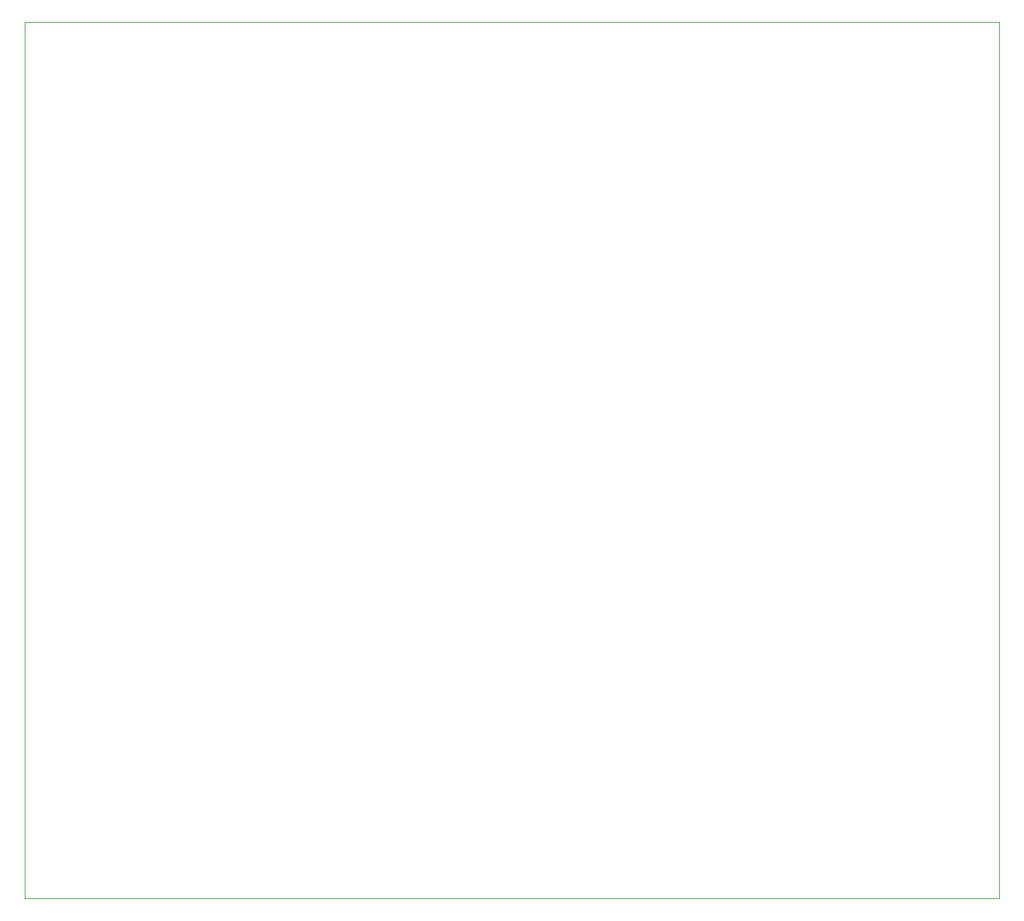
<source format=gbr>
%TF.GenerationSoftware,KiCad,Pcbnew,9.0.1*%
%TF.CreationDate,2025-08-04T13:54:25+01:00*%
%TF.ProjectId,dk2_06,646b325f-3036-42e6-9b69-6361645f7063,rev?*%
%TF.SameCoordinates,Original*%
%TF.FileFunction,Profile,NP*%
%FSLAX46Y46*%
G04 Gerber Fmt 4.6, Leading zero omitted, Abs format (unit mm)*
G04 Created by KiCad (PCBNEW 9.0.1) date 2025-08-04 13:54:25*
%MOMM*%
%LPD*%
G01*
G04 APERTURE LIST*
%TA.AperFunction,Profile*%
%ADD10C,0.100000*%
%TD*%
G04 APERTURE END LIST*
D10*
X70000000Y-40000000D02*
X190000000Y-40000000D01*
X190000000Y-148000000D01*
X70000000Y-148000000D01*
X70000000Y-40000000D01*
M02*

</source>
